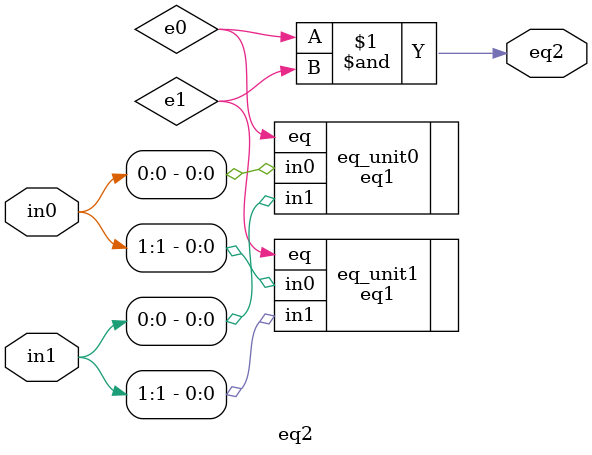
<source format=v>
`timescale 1ns / 1ps


module eq2(
    input wire [1:0] in0, in1,
    output wire eq2
    );
    
    // internal signal declaration
    wire e0, e1;
    
    // instantiate two 1-bit comparators
    eq1 eq_unit0(
        .in0(in0[0]),
        .in1(in1[0]),
        .eq(e0)
    );
    
    eq1 eq_unit1(
        .in0(in0[1]),
        .in1(in1[1]),
        .eq(e1)
    );
    
    assign eq2 = e0 & e1;
    
endmodule

</source>
